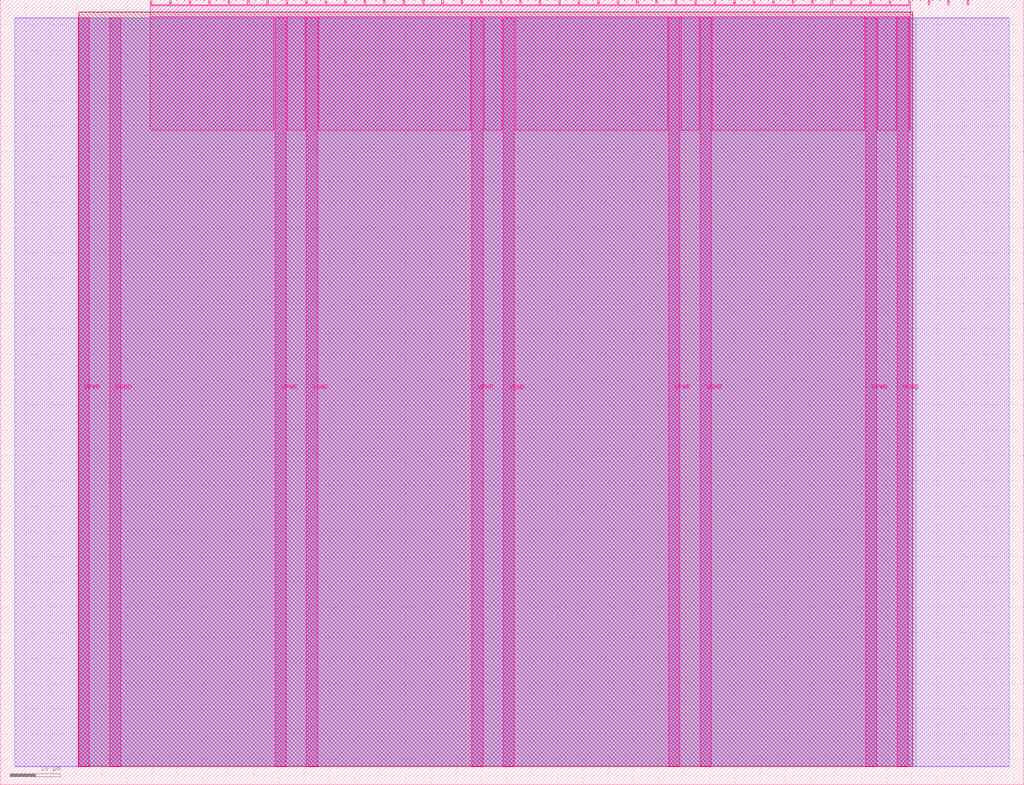
<source format=lef>
VERSION 5.7 ;
  NOWIREEXTENSIONATPIN ON ;
  DIVIDERCHAR "/" ;
  BUSBITCHARS "[]" ;
MACRO tt_um_sebastienparadis_hamming_top
  CLASS BLOCK ;
  FOREIGN tt_um_sebastienparadis_hamming_top ;
  ORIGIN 0.000 0.000 ;
  SIZE 202.080 BY 154.980 ;
  PIN VGND
    DIRECTION INOUT ;
    USE GROUND ;
    PORT
      LAYER Metal5 ;
        RECT 21.580 3.560 23.780 151.420 ;
    END
    PORT
      LAYER Metal5 ;
        RECT 60.450 3.560 62.650 151.420 ;
    END
    PORT
      LAYER Metal5 ;
        RECT 99.320 3.560 101.520 151.420 ;
    END
    PORT
      LAYER Metal5 ;
        RECT 138.190 3.560 140.390 151.420 ;
    END
    PORT
      LAYER Metal5 ;
        RECT 177.060 3.560 179.260 151.420 ;
    END
  END VGND
  PIN VPWR
    DIRECTION INOUT ;
    USE POWER ;
    PORT
      LAYER Metal5 ;
        RECT 15.380 3.560 17.580 151.420 ;
    END
    PORT
      LAYER Metal5 ;
        RECT 54.250 3.560 56.450 151.420 ;
    END
    PORT
      LAYER Metal5 ;
        RECT 93.120 3.560 95.320 151.420 ;
    END
    PORT
      LAYER Metal5 ;
        RECT 131.990 3.560 134.190 151.420 ;
    END
    PORT
      LAYER Metal5 ;
        RECT 170.860 3.560 173.060 151.420 ;
    END
  END VPWR
  PIN clk
    DIRECTION INPUT ;
    USE SIGNAL ;
    PORT
      LAYER Metal5 ;
        RECT 187.050 153.980 187.350 154.980 ;
    END
  END clk
  PIN ena
    DIRECTION INPUT ;
    USE SIGNAL ;
    PORT
      LAYER Metal5 ;
        RECT 190.890 153.980 191.190 154.980 ;
    END
  END ena
  PIN rst_n
    DIRECTION INPUT ;
    USE SIGNAL ;
    PORT
      LAYER Metal5 ;
        RECT 183.210 153.980 183.510 154.980 ;
    END
  END rst_n
  PIN ui_in[0]
    DIRECTION INPUT ;
    USE SIGNAL ;
    ANTENNAGATEAREA 0.213200 ;
    PORT
      LAYER Metal5 ;
        RECT 179.370 153.980 179.670 154.980 ;
    END
  END ui_in[0]
  PIN ui_in[1]
    DIRECTION INPUT ;
    USE SIGNAL ;
    ANTENNAGATEAREA 0.213200 ;
    PORT
      LAYER Metal5 ;
        RECT 175.530 153.980 175.830 154.980 ;
    END
  END ui_in[1]
  PIN ui_in[2]
    DIRECTION INPUT ;
    USE SIGNAL ;
    ANTENNAGATEAREA 0.213200 ;
    PORT
      LAYER Metal5 ;
        RECT 171.690 153.980 171.990 154.980 ;
    END
  END ui_in[2]
  PIN ui_in[3]
    DIRECTION INPUT ;
    USE SIGNAL ;
    ANTENNAGATEAREA 0.213200 ;
    PORT
      LAYER Metal5 ;
        RECT 167.850 153.980 168.150 154.980 ;
    END
  END ui_in[3]
  PIN ui_in[4]
    DIRECTION INPUT ;
    USE SIGNAL ;
    ANTENNAGATEAREA 0.213200 ;
    PORT
      LAYER Metal5 ;
        RECT 164.010 153.980 164.310 154.980 ;
    END
  END ui_in[4]
  PIN ui_in[5]
    DIRECTION INPUT ;
    USE SIGNAL ;
    ANTENNAGATEAREA 0.213200 ;
    PORT
      LAYER Metal5 ;
        RECT 160.170 153.980 160.470 154.980 ;
    END
  END ui_in[5]
  PIN ui_in[6]
    DIRECTION INPUT ;
    USE SIGNAL ;
    ANTENNAGATEAREA 0.213200 ;
    PORT
      LAYER Metal5 ;
        RECT 156.330 153.980 156.630 154.980 ;
    END
  END ui_in[6]
  PIN ui_in[7]
    DIRECTION INPUT ;
    USE SIGNAL ;
    ANTENNAGATEAREA 0.180700 ;
    PORT
      LAYER Metal5 ;
        RECT 152.490 153.980 152.790 154.980 ;
    END
  END ui_in[7]
  PIN uio_in[0]
    DIRECTION INPUT ;
    USE SIGNAL ;
    PORT
      LAYER Metal5 ;
        RECT 148.650 153.980 148.950 154.980 ;
    END
  END uio_in[0]
  PIN uio_in[1]
    DIRECTION INPUT ;
    USE SIGNAL ;
    PORT
      LAYER Metal5 ;
        RECT 144.810 153.980 145.110 154.980 ;
    END
  END uio_in[1]
  PIN uio_in[2]
    DIRECTION INPUT ;
    USE SIGNAL ;
    PORT
      LAYER Metal5 ;
        RECT 140.970 153.980 141.270 154.980 ;
    END
  END uio_in[2]
  PIN uio_in[3]
    DIRECTION INPUT ;
    USE SIGNAL ;
    PORT
      LAYER Metal5 ;
        RECT 137.130 153.980 137.430 154.980 ;
    END
  END uio_in[3]
  PIN uio_in[4]
    DIRECTION INPUT ;
    USE SIGNAL ;
    PORT
      LAYER Metal5 ;
        RECT 133.290 153.980 133.590 154.980 ;
    END
  END uio_in[4]
  PIN uio_in[5]
    DIRECTION INPUT ;
    USE SIGNAL ;
    PORT
      LAYER Metal5 ;
        RECT 129.450 153.980 129.750 154.980 ;
    END
  END uio_in[5]
  PIN uio_in[6]
    DIRECTION INPUT ;
    USE SIGNAL ;
    PORT
      LAYER Metal5 ;
        RECT 125.610 153.980 125.910 154.980 ;
    END
  END uio_in[6]
  PIN uio_in[7]
    DIRECTION INPUT ;
    USE SIGNAL ;
    PORT
      LAYER Metal5 ;
        RECT 121.770 153.980 122.070 154.980 ;
    END
  END uio_in[7]
  PIN uio_oe[0]
    DIRECTION OUTPUT ;
    USE SIGNAL ;
    ANTENNADIFFAREA 0.299200 ;
    PORT
      LAYER Metal5 ;
        RECT 56.490 153.980 56.790 154.980 ;
    END
  END uio_oe[0]
  PIN uio_oe[1]
    DIRECTION OUTPUT ;
    USE SIGNAL ;
    ANTENNADIFFAREA 0.299200 ;
    PORT
      LAYER Metal5 ;
        RECT 52.650 153.980 52.950 154.980 ;
    END
  END uio_oe[1]
  PIN uio_oe[2]
    DIRECTION OUTPUT ;
    USE SIGNAL ;
    ANTENNADIFFAREA 0.299200 ;
    PORT
      LAYER Metal5 ;
        RECT 48.810 153.980 49.110 154.980 ;
    END
  END uio_oe[2]
  PIN uio_oe[3]
    DIRECTION OUTPUT ;
    USE SIGNAL ;
    ANTENNADIFFAREA 0.299200 ;
    PORT
      LAYER Metal5 ;
        RECT 44.970 153.980 45.270 154.980 ;
    END
  END uio_oe[3]
  PIN uio_oe[4]
    DIRECTION OUTPUT ;
    USE SIGNAL ;
    ANTENNADIFFAREA 0.299200 ;
    PORT
      LAYER Metal5 ;
        RECT 41.130 153.980 41.430 154.980 ;
    END
  END uio_oe[4]
  PIN uio_oe[5]
    DIRECTION OUTPUT ;
    USE SIGNAL ;
    ANTENNADIFFAREA 0.299200 ;
    PORT
      LAYER Metal5 ;
        RECT 37.290 153.980 37.590 154.980 ;
    END
  END uio_oe[5]
  PIN uio_oe[6]
    DIRECTION OUTPUT ;
    USE SIGNAL ;
    ANTENNADIFFAREA 0.299200 ;
    PORT
      LAYER Metal5 ;
        RECT 33.450 153.980 33.750 154.980 ;
    END
  END uio_oe[6]
  PIN uio_oe[7]
    DIRECTION OUTPUT ;
    USE SIGNAL ;
    ANTENNADIFFAREA 0.299200 ;
    PORT
      LAYER Metal5 ;
        RECT 29.610 153.980 29.910 154.980 ;
    END
  END uio_oe[7]
  PIN uio_out[0]
    DIRECTION OUTPUT ;
    USE SIGNAL ;
    ANTENNADIFFAREA 0.299200 ;
    PORT
      LAYER Metal5 ;
        RECT 87.210 153.980 87.510 154.980 ;
    END
  END uio_out[0]
  PIN uio_out[1]
    DIRECTION OUTPUT ;
    USE SIGNAL ;
    ANTENNADIFFAREA 0.299200 ;
    PORT
      LAYER Metal5 ;
        RECT 83.370 153.980 83.670 154.980 ;
    END
  END uio_out[1]
  PIN uio_out[2]
    DIRECTION OUTPUT ;
    USE SIGNAL ;
    ANTENNADIFFAREA 0.299200 ;
    PORT
      LAYER Metal5 ;
        RECT 79.530 153.980 79.830 154.980 ;
    END
  END uio_out[2]
  PIN uio_out[3]
    DIRECTION OUTPUT ;
    USE SIGNAL ;
    ANTENNADIFFAREA 0.299200 ;
    PORT
      LAYER Metal5 ;
        RECT 75.690 153.980 75.990 154.980 ;
    END
  END uio_out[3]
  PIN uio_out[4]
    DIRECTION OUTPUT ;
    USE SIGNAL ;
    ANTENNADIFFAREA 0.299200 ;
    PORT
      LAYER Metal5 ;
        RECT 71.850 153.980 72.150 154.980 ;
    END
  END uio_out[4]
  PIN uio_out[5]
    DIRECTION OUTPUT ;
    USE SIGNAL ;
    ANTENNADIFFAREA 0.299200 ;
    PORT
      LAYER Metal5 ;
        RECT 68.010 153.980 68.310 154.980 ;
    END
  END uio_out[5]
  PIN uio_out[6]
    DIRECTION OUTPUT ;
    USE SIGNAL ;
    ANTENNADIFFAREA 0.299200 ;
    PORT
      LAYER Metal5 ;
        RECT 64.170 153.980 64.470 154.980 ;
    END
  END uio_out[6]
  PIN uio_out[7]
    DIRECTION OUTPUT ;
    USE SIGNAL ;
    ANTENNADIFFAREA 0.299200 ;
    PORT
      LAYER Metal5 ;
        RECT 60.330 153.980 60.630 154.980 ;
    END
  END uio_out[7]
  PIN uo_out[0]
    DIRECTION OUTPUT ;
    USE SIGNAL ;
    ANTENNADIFFAREA 0.677200 ;
    PORT
      LAYER Metal5 ;
        RECT 117.930 153.980 118.230 154.980 ;
    END
  END uo_out[0]
  PIN uo_out[1]
    DIRECTION OUTPUT ;
    USE SIGNAL ;
    ANTENNADIFFAREA 0.733200 ;
    PORT
      LAYER Metal5 ;
        RECT 114.090 153.980 114.390 154.980 ;
    END
  END uo_out[1]
  PIN uo_out[2]
    DIRECTION OUTPUT ;
    USE SIGNAL ;
    ANTENNADIFFAREA 0.733200 ;
    PORT
      LAYER Metal5 ;
        RECT 110.250 153.980 110.550 154.980 ;
    END
  END uo_out[2]
  PIN uo_out[3]
    DIRECTION OUTPUT ;
    USE SIGNAL ;
    ANTENNADIFFAREA 1.008100 ;
    PORT
      LAYER Metal5 ;
        RECT 106.410 153.980 106.710 154.980 ;
    END
  END uo_out[3]
  PIN uo_out[4]
    DIRECTION OUTPUT ;
    USE SIGNAL ;
    ANTENNADIFFAREA 1.023000 ;
    PORT
      LAYER Metal5 ;
        RECT 102.570 153.980 102.870 154.980 ;
    END
  END uo_out[4]
  PIN uo_out[5]
    DIRECTION OUTPUT ;
    USE SIGNAL ;
    ANTENNADIFFAREA 0.677200 ;
    PORT
      LAYER Metal5 ;
        RECT 98.730 153.980 99.030 154.980 ;
    END
  END uo_out[5]
  PIN uo_out[6]
    DIRECTION OUTPUT ;
    USE SIGNAL ;
    ANTENNADIFFAREA 0.677200 ;
    PORT
      LAYER Metal5 ;
        RECT 94.890 153.980 95.190 154.980 ;
    END
  END uo_out[6]
  PIN uo_out[7]
    DIRECTION OUTPUT ;
    USE SIGNAL ;
    ANTENNADIFFAREA 0.299200 ;
    PORT
      LAYER Metal5 ;
        RECT 91.050 153.980 91.350 154.980 ;
    END
  END uo_out[7]
  OBS
      LAYER GatPoly ;
        RECT 2.880 3.630 199.200 151.350 ;
      LAYER Metal1 ;
        RECT 2.880 3.560 199.200 151.420 ;
      LAYER Metal2 ;
        RECT 15.515 3.680 180.865 151.300 ;
      LAYER Metal3 ;
        RECT 15.560 3.635 180.100 152.605 ;
      LAYER Metal4 ;
        RECT 15.515 3.680 180.145 152.560 ;
      LAYER Metal5 ;
        RECT 30.120 153.770 33.240 153.980 ;
        RECT 33.960 153.770 37.080 153.980 ;
        RECT 37.800 153.770 40.920 153.980 ;
        RECT 41.640 153.770 44.760 153.980 ;
        RECT 45.480 153.770 48.600 153.980 ;
        RECT 49.320 153.770 52.440 153.980 ;
        RECT 53.160 153.770 56.280 153.980 ;
        RECT 57.000 153.770 60.120 153.980 ;
        RECT 60.840 153.770 63.960 153.980 ;
        RECT 64.680 153.770 67.800 153.980 ;
        RECT 68.520 153.770 71.640 153.980 ;
        RECT 72.360 153.770 75.480 153.980 ;
        RECT 76.200 153.770 79.320 153.980 ;
        RECT 80.040 153.770 83.160 153.980 ;
        RECT 83.880 153.770 87.000 153.980 ;
        RECT 87.720 153.770 90.840 153.980 ;
        RECT 91.560 153.770 94.680 153.980 ;
        RECT 95.400 153.770 98.520 153.980 ;
        RECT 99.240 153.770 102.360 153.980 ;
        RECT 103.080 153.770 106.200 153.980 ;
        RECT 106.920 153.770 110.040 153.980 ;
        RECT 110.760 153.770 113.880 153.980 ;
        RECT 114.600 153.770 117.720 153.980 ;
        RECT 118.440 153.770 121.560 153.980 ;
        RECT 122.280 153.770 125.400 153.980 ;
        RECT 126.120 153.770 129.240 153.980 ;
        RECT 129.960 153.770 133.080 153.980 ;
        RECT 133.800 153.770 136.920 153.980 ;
        RECT 137.640 153.770 140.760 153.980 ;
        RECT 141.480 153.770 144.600 153.980 ;
        RECT 145.320 153.770 148.440 153.980 ;
        RECT 149.160 153.770 152.280 153.980 ;
        RECT 153.000 153.770 156.120 153.980 ;
        RECT 156.840 153.770 159.960 153.980 ;
        RECT 160.680 153.770 163.800 153.980 ;
        RECT 164.520 153.770 167.640 153.980 ;
        RECT 168.360 153.770 171.480 153.980 ;
        RECT 172.200 153.770 175.320 153.980 ;
        RECT 176.040 153.770 179.160 153.980 ;
        RECT 29.660 151.630 179.620 153.770 ;
        RECT 29.660 129.215 54.040 151.630 ;
        RECT 56.660 129.215 60.240 151.630 ;
        RECT 62.860 129.215 92.910 151.630 ;
        RECT 95.530 129.215 99.110 151.630 ;
        RECT 101.730 129.215 131.780 151.630 ;
        RECT 134.400 129.215 137.980 151.630 ;
        RECT 140.600 129.215 170.650 151.630 ;
        RECT 173.270 129.215 176.850 151.630 ;
        RECT 179.470 129.215 179.620 151.630 ;
  END
END tt_um_sebastienparadis_hamming_top
END LIBRARY


</source>
